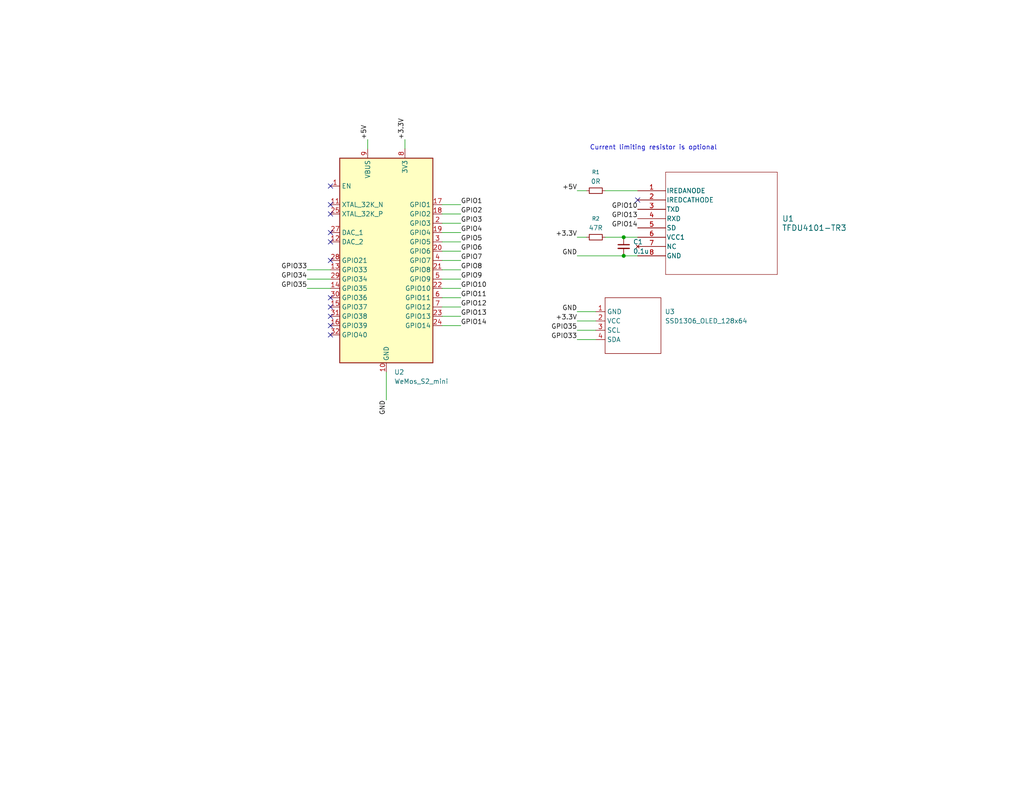
<source format=kicad_sch>
(kicad_sch (version 20250114) (generator "eeschema") (generator_version "9.0")
  (paper "USLetter")
  (title_block (rev "1"))
  (lib_symbols
    (symbol "Device:C_Small" (pin_numbers (hide yes)) (pin_names (offset 0.254) (hide yes))
      (property "Reference" "C" (at 0.254 1.778 0))
      (property "Value" "C_Small" (at 0.254 -2.032 0))
      (symbol "C_Small_0_1"
        (polyline (pts (xy -1.524 0.508) (xy 1.524 0.508)) (stroke (width 0.3048)))
        (polyline (pts (xy -1.524 -0.508) (xy 1.524 -0.508)) (stroke (width 0.3302)))
      )
      (symbol "C_Small_1_1"
        (pin passive line (at 0 2.54 270) (length 2.032) (name "~") (number "1"))
        (pin passive line (at 0 -2.54 90) (length 2.032) (name "~") (number "2"))
      )
    )
    (symbol "Device:R_Small" (pin_numbers (hide yes)) (pin_names (offset 0.254) (hide yes))
      (property "Reference" "R" (at 0 0 90))
      (property "Value" "R_Small" (at 1.778 0 90))
      (symbol "R_Small_0_1"
        (rectangle (start -0.762 1.778) (end 0.762 -1.778) (stroke (width 0.2032)))
      )
      (symbol "R_Small_1_1"
        (pin passive line (at 0 2.54 270) (length 0.762) (name "~") (number "1"))
        (pin passive line (at 0 -2.54 90) (length 0.762) (name "~") (number "2"))
      )
    )
    (symbol "TFDU4101:TFDU4101-TR3" (pin_names (offset 0.254))
      (property "Reference" "U" (at 22.86 10.16 0))
      (property "Value" "TFDU4101-TR3" (at 22.86 7.62 0))
      (symbol "TFDU4101-TR3_0_1"
        (polyline (pts (xy 7.62 5.08) (xy 7.62 -22.86)) (stroke (width 0.127)))
        (polyline (pts (xy 7.62 -22.86) (xy 38.1 -22.86)) (stroke (width 0.127)))
        (polyline (pts (xy 38.1 5.08) (xy 7.62 5.08)) (stroke (width 0.127)))
        (polyline (pts (xy 38.1 -22.86) (xy 38.1 5.08)) (stroke (width 0.127)))
        (pin unspecified line (at 0 0 0) (length 7.62) (name "IREDANODE") (number "1"))
        (pin unspecified line (at 0 -2.54 0) (length 7.62) (name "IREDCATHODE") (number "2"))
        (pin unspecified line (at 0 -5.08 0) (length 7.62) (name "TXD") (number "3"))
        (pin unspecified line (at 0 -7.62 0) (length 7.62) (name "RXD") (number "4"))
        (pin unspecified line (at 0 -10.16 0) (length 7.62) (name "SD") (number "5"))
        (pin power_in line (at 0 -12.7 0) (length 7.62) (name "VCC1") (number "6"))
        (pin no_connect line (at 0 -15.24 0) (length 7.62) (name "NC") (number "7"))
        (pin power_out line (at 0 -17.78 0) (length 7.62) (name "GND") (number "8"))
      )
    )
    (symbol "WEMOS_S2_mini:WeMos_S2_mini"
      (property "Reference" "U" (at 2.54 -30.48 0))
      (property "Value" "WeMos_S2_mini" (at 2.54 -33.02 0))
      (symbol "WeMos_S2_mini_1_1"
        (rectangle (start -12.7 27.94) (end 12.7 -27.94) (stroke (width 0.254)) (fill (type background)))
        (pin input line (at -15.24 20.32 0) (length 2.54) (name "EN") (number "1"))
        (pin input line (at -15.24 15.24 0) (length 2.54) (name "XTAL_32K_N") (number "11"))
        (pin output line (at -15.24 12.7 0) (length 2.54) (name "XTAL_32K_P") (number "25"))
        (pin output line (at -15.24 7.62 0) (length 2.54) (name "DAC_1") (number "27"))
        (pin output line (at -15.24 5.08 0) (length 2.54) (name "DAC_2") (number "12"))
        (pin bidirectional line (at -15.24 0 0) (length 2.54) (name "GPIO21") (number "28"))
        (pin bidirectional line (at -15.24 -2.54 0) (length 2.54) (name "GPIO33") (number "13"))
        (pin bidirectional line (at -15.24 -5.08 0) (length 2.54) (name "GPIO34") (number "29"))
        (pin bidirectional line (at -15.24 -7.62 0) (length 2.54) (name "GPIO35") (number "14"))
        (pin bidirectional line (at -15.24 -10.16 0) (length 2.54) (name "GPIO36") (number "30"))
        (pin bidirectional line (at -15.24 -12.7 0) (length 2.54) (name "GPIO37") (number "15"))
        (pin bidirectional line (at -15.24 -15.24 0) (length 2.54) (name "GPIO38") (number "31"))
        (pin bidirectional line (at -15.24 -17.78 0) (length 2.54) (name "GPIO39") (number "16"))
        (pin bidirectional line (at -15.24 -20.32 0) (length 2.54) (name "GPIO40") (number "32"))
        (pin power_out line (at -5.08 30.48 270) (length 2.54) (name "VBUS") (number "9"))
        (pin power_in line (at 0 -30.48 90) (length 2.54) (name "GND") (number "10"))
        (pin passive line (at 0 -30.48 90) (length 2.54) (hide yes) (name "GND") (number "26"))
        (pin power_out line (at 5.08 30.48 270) (length 2.54) (name "3V3") (number "8"))
        (pin bidirectional line (at 15.24 15.24 180) (length 2.54) (name "GPIO1") (number "17"))
        (pin bidirectional line (at 15.24 12.7 180) (length 2.54) (name "GPIO2") (number "18"))
        (pin bidirectional line (at 15.24 10.16 180) (length 2.54) (name "GPIO3") (number "2"))
        (pin bidirectional line (at 15.24 7.62 180) (length 2.54) (name "GPIO4") (number "19"))
        (pin bidirectional line (at 15.24 5.08 180) (length 2.54) (name "GPIO5") (number "3"))
        (pin bidirectional line (at 15.24 2.54 180) (length 2.54) (name "GPIO6") (number "20"))
        (pin bidirectional line (at 15.24 0 180) (length 2.54) (name "GPIO7") (number "4"))
        (pin bidirectional line (at 15.24 -2.54 180) (length 2.54) (name "GPIO8") (number "21"))
        (pin bidirectional line (at 15.24 -5.08 180) (length 2.54) (name "GPIO9") (number "5"))
        (pin bidirectional line (at 15.24 -7.62 180) (length 2.54) (name "GPIO10") (number "22"))
        (pin bidirectional line (at 15.24 -10.16 180) (length 2.54) (name "GPIO11") (number "6"))
        (pin bidirectional line (at 15.24 -12.7 180) (length 2.54) (name "GPIO12") (number "7"))
        (pin bidirectional line (at 15.24 -15.24 180) (length 2.54) (name "GPIO13") (number "23"))
        (pin bidirectional line (at 15.24 -17.78 180) (length 2.54) (name "GPIO14") (number "24"))
      )
    )
    (symbol "oled_128x64:SSD1306_OLED_128x64"
      (property "Reference" "U" (at 15.24 3.81 0))
      (property "Value" "SSD1306_OLED_128x64" (at 9.652 1.778 0))
      (symbol "SSD1306_OLED_128x64_0_1"
        (rectangle (start 2.54 0) (end 17.78 -15.24))
      )
      (symbol "SSD1306_OLED_128x64_1_1"
        (pin power_in line (at 0 -3.81 0) (length 2.54) (name "GND") (number "1"))
        (pin power_in line (at 0 -6.35 0) (length 2.54) (name "VCC") (number "2"))
        (pin bidirectional line (at 0 -8.89 0) (length 2.54) (name "SCL") (number "3"))
        (pin bidirectional line (at 0 -11.43 0) (length 2.54) (name "SDA") (number "4"))
      )
    )
  )
  (text "Current limiting resistor is optional" (at 178.308 40.386 0) (effects (font (size 1.27 1.27))))
  (junction (at 170.18 64.77))
  (junction (at 170.18 69.85))
  (no_connect (at 90.17 83.82))
  (no_connect (at 90.17 55.88))
  (no_connect (at 90.17 88.9))
  (no_connect (at 90.17 81.28))
  (no_connect (at 90.17 71.12))
  (no_connect (at 90.17 58.42))
  (no_connect (at 90.17 86.36))
  (no_connect (at 90.17 66.04))
  (no_connect (at 90.17 63.5))
  (no_connect (at 90.17 50.8))
  (no_connect (at 173.99 54.61))
  (no_connect (at 90.17 91.44))
  (wire (pts (xy 125.73 86.36) (xy 120.65 86.36)))
  (wire (pts (xy 157.48 52.07) (xy 160.02 52.07)))
  (wire (pts (xy 105.41 109.22) (xy 105.41 101.6)))
  (wire (pts (xy 125.73 60.96) (xy 120.65 60.96)))
  (wire (pts (xy 157.48 87.63) (xy 162.56 87.63)))
  (wire (pts (xy 125.73 68.58) (xy 120.65 68.58)))
  (wire (pts (xy 157.48 90.17) (xy 162.56 90.17)))
  (wire (pts (xy 157.48 64.77) (xy 160.02 64.77)))
  (wire (pts (xy 100.33 38.1) (xy 100.33 40.64)))
  (wire (pts (xy 83.82 73.66) (xy 90.17 73.66)))
  (wire (pts (xy 125.73 88.9) (xy 120.65 88.9)))
  (wire (pts (xy 125.73 73.66) (xy 120.65 73.66)))
  (wire (pts (xy 125.73 71.12) (xy 120.65 71.12)))
  (wire (pts (xy 125.73 78.74) (xy 120.65 78.74)))
  (wire (pts (xy 165.1 52.07) (xy 173.99 52.07)))
  (wire (pts (xy 157.48 85.09) (xy 162.56 85.09)))
  (wire (pts (xy 157.48 69.85) (xy 170.18 69.85)))
  (wire (pts (xy 170.18 69.85) (xy 173.99 69.85)))
  (wire (pts (xy 83.82 78.74) (xy 90.17 78.74)))
  (wire (pts (xy 125.73 58.42) (xy 120.65 58.42)))
  (wire (pts (xy 157.48 92.71) (xy 162.56 92.71)))
  (wire (pts (xy 125.73 63.5) (xy 120.65 63.5)))
  (wire (pts (xy 125.73 76.2) (xy 120.65 76.2)))
  (wire (pts (xy 125.73 83.82) (xy 120.65 83.82)))
  (wire (pts (xy 125.73 66.04) (xy 120.65 66.04)))
  (wire (pts (xy 83.82 76.2) (xy 90.17 76.2)))
  (wire (pts (xy 125.73 55.88) (xy 120.65 55.88)))
  (wire (pts (xy 110.49 38.1) (xy 110.49 40.64)))
  (wire (pts (xy 125.73 81.28) (xy 120.65 81.28)))
  (wire (pts (xy 165.1 64.77) (xy 170.18 64.77)))
  (wire (pts (xy 170.18 64.77) (xy 173.99 64.77)))
  (label "+5V" (at 157.48 52.07 180))
  (label "GPIO9" (at 125.73 76.2 0))
  (label "GPIO6" (at 125.73 68.58 0))
  (label "GPIO8" (at 125.73 73.66 0))
  (label "GPIO35" (at 157.48 90.17 180))
  (label "GPIO35" (at 83.82 78.74 180))
  (label "GPIO5" (at 125.73 66.04 0))
  (label "GPIO13" (at 125.73 86.36 0))
  (label "+3.3V" (at 110.49 38.1 90))
  (label "GPIO10" (at 173.99 57.15 180))
  (label "GPIO13" (at 173.99 59.69 180))
  (label "GPIO33" (at 83.82 73.66 180))
  (label "GPIO34" (at 83.82 76.2 180))
  (label "GPIO4" (at 125.73 63.5 0))
  (label "GND" (at 157.48 69.85 180))
  (label "GPIO14" (at 125.73 88.9 0))
  (label "GPIO7" (at 125.73 71.12 0))
  (label "GPIO11" (at 125.73 81.28 0))
  (label "+3.3V" (at 157.48 87.63 180))
  (label "GND" (at 157.48 85.09 180))
  (label "GPIO3" (at 125.73 60.96 0))
  (label "GPIO14" (at 173.99 62.23 180))
  (label "GPIO33" (at 157.48 92.71 180))
  (label "GND" (at 105.41 109.22 270))
  (label "GPIO1" (at 125.73 55.88 0))
  (label "+5V" (at 100.33 38.1 90))
  (label "GPIO2" (at 125.73 58.42 0))
  (label "GPIO10" (at 125.73 78.74 0))
  (label "+3.3V" (at 157.48 64.77 180))
  (label "GPIO12" (at 125.73 83.82 0))
  (symbol (lib_id "oled_128x64:SSD1306_OLED_128x64") (at 162.56 81.28 0) (unit 1)
    (property "Reference" "U3" (at 184.15 85.09 0) (effects (justify right)))
    (property "Value" "SSD1306_OLED_128x64" (at 203.962 87.63 0) (effects (justify right)))
    (property "Footprint" "oled_128x64:SSD1306" (effects (hide yes)))
  )
  (symbol (lib_id "Device:C_Small") (at 170.18 67.31 0) (unit 1)
    (property "Reference" "C1" (at 172.72 66.0462 0) (effects (justify left)))
    (property "Value" "0.1u" (at 172.72 68.5862 0) (effects (justify left)))
    (property "Footprint" "Capacitor_SMD:C_0805_2012Metric_Pad1.18x1.45mm_HandSolder" (effects (hide yes)))
    (property "Description" "Unpolarized capacitor, small symbol" (effects (hide yes)))
  )
  (symbol (lib_id "TFDU4101:TFDU4101-TR3") (at 173.99 52.07 0) (unit 1)
    (property "Reference" "U1" (at 213.36 59.6899 0) (effects (font (size 1.524 1.524)) (justify left)))
    (property "Value" "TFDU4101-TR3" (at 213.36 62.2299 0) (effects (font (size 1.524 1.524)) (justify left)))
    (property "Footprint" "TFDU4101:SMT_101-TR3_VIS" (effects (hide yes)))
    (property "Datasheet" "https://www.vishay.com/doc?81288" (effects (hide yes)))
  )
  (symbol (lib_id "Device:R_Small") (at 162.56 52.07 90) (unit 1)
    (property "Reference" "R1" (at 162.56 46.99 90) (effects (font (size 1.016 1.016))))
    (property "Value" "0R" (at 162.56 49.53 90))
    (property "Footprint" "Resistor_SMD:R_0805_2012Metric_Pad1.20x1.40mm_HandSolder" (effects (hide yes)))
    (property "Description" "Resistor, small symbol" (effects (hide yes)))
  )
  (symbol (lib_id "WEMOS_S2_mini:WeMos_S2_mini") (at 105.41 71.12 0) (unit 1)
    (property "Reference" "U2" (at 107.5533 101.6 0) (effects (justify left)))
    (property "Value" "WeMos_S2_mini" (at 107.5533 104.14 0) (effects (justify left)))
    (property "Footprint" "WEMOS_S2_mini:WEMOS_S2_mini" (effects (hide yes)))
    (property "Datasheet" "https://www.wemos.cc/en/latest/s2/s2_mini.html" (effects (hide yes)))
    (property "Description" "32-bit microcontroller module with WiFi" (effects (hide yes)))
  )
  (symbol (lib_id "Device:R_Small") (at 162.56 64.77 90) (unit 1)
    (property "Reference" "R2" (at 162.56 59.69 90) (effects (font (size 1.016 1.016))))
    (property "Value" "47R" (at 162.56 62.23 90))
    (property "Footprint" "Resistor_SMD:R_0805_2012Metric_Pad1.20x1.40mm_HandSolder" (effects (hide yes)))
    (property "Description" "Resistor, small symbol" (effects (hide yes)))
  )
)
</source>
